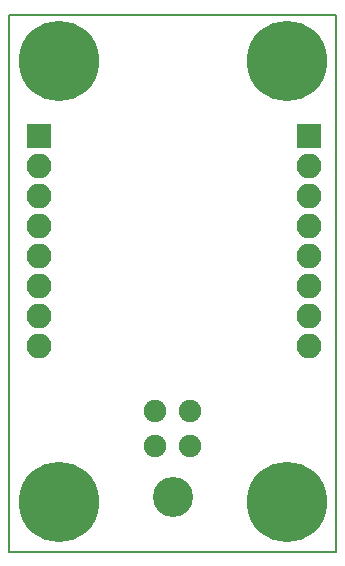
<source format=gbr>
G04 #@! TF.FileFunction,Soldermask,Bot*
%FSLAX46Y46*%
G04 Gerber Fmt 4.6, Leading zero omitted, Abs format (unit mm)*
G04 Created by KiCad (PCBNEW 4.0.7) date 05/14/18 22:23:58*
%MOMM*%
%LPD*%
G01*
G04 APERTURE LIST*
%ADD10C,0.100000*%
%ADD11C,0.150000*%
%ADD12C,6.800000*%
%ADD13R,2.100000X2.100000*%
%ADD14O,2.100000X2.100000*%
%ADD15C,3.400000*%
%ADD16C,1.900000*%
G04 APERTURE END LIST*
D10*
D11*
X135509000Y-124206000D02*
X135509000Y-124079000D01*
X136144000Y-124206000D02*
X135509000Y-124206000D01*
X135509000Y-78740000D02*
X135509000Y-124206000D01*
X163195000Y-78740000D02*
X135509000Y-78740000D01*
X163195000Y-124206000D02*
X163195000Y-78740000D01*
X136144000Y-124206000D02*
X163195000Y-124206000D01*
D12*
X159004000Y-82677000D03*
X139700000Y-82677000D03*
X139700000Y-120015000D03*
X159004000Y-120015000D03*
D13*
X160860000Y-89000000D03*
D14*
X160860000Y-91540000D03*
X160860000Y-94080000D03*
X160860000Y-96620000D03*
X160860000Y-99160000D03*
X160860000Y-101700000D03*
X160860000Y-104240000D03*
X160860000Y-106780000D03*
D15*
X149352000Y-119606000D03*
D16*
X150852000Y-115286000D03*
X147852000Y-115286000D03*
X150852000Y-112286000D03*
X147852000Y-112286000D03*
D13*
X138000000Y-89000000D03*
D14*
X138000000Y-91540000D03*
X138000000Y-94080000D03*
X138000000Y-96620000D03*
X138000000Y-99160000D03*
X138000000Y-101700000D03*
X138000000Y-104240000D03*
X138000000Y-106780000D03*
M02*

</source>
